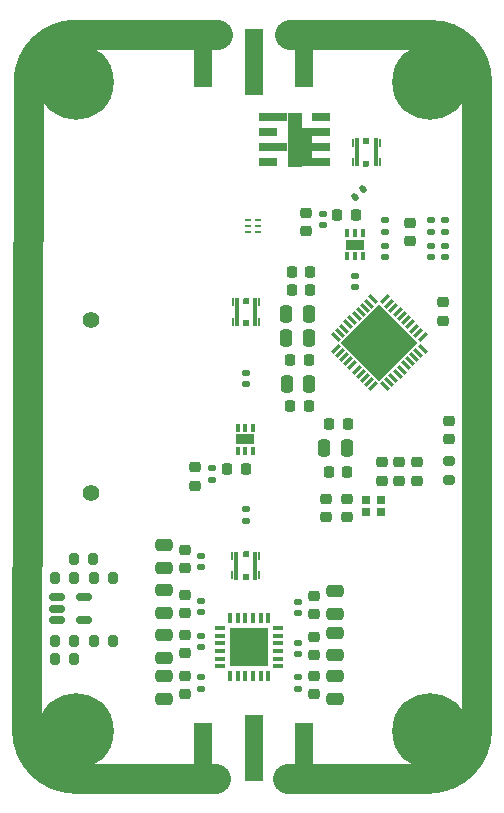
<source format=gts>
%TF.GenerationSoftware,KiCad,Pcbnew,(6.0.1)*%
%TF.CreationDate,2022-03-10T13:17:56+01:00*%
%TF.ProjectId,XCOMMS_RF,58434f4d-4d53-45f5-9246-2e6b69636164,rev?*%
%TF.SameCoordinates,PX7ed6b40PY82a7440*%
%TF.FileFunction,Soldermask,Top*%
%TF.FilePolarity,Negative*%
%FSLAX46Y46*%
G04 Gerber Fmt 4.6, Leading zero omitted, Abs format (unit mm)*
G04 Created by KiCad (PCBNEW (6.0.1)) date 2022-03-10 13:17:56*
%MOMM*%
%LPD*%
G01*
G04 APERTURE LIST*
G04 Aperture macros list*
%AMRoundRect*
0 Rectangle with rounded corners*
0 $1 Rounding radius*
0 $2 $3 $4 $5 $6 $7 $8 $9 X,Y pos of 4 corners*
0 Add a 4 corners polygon primitive as box body*
4,1,4,$2,$3,$4,$5,$6,$7,$8,$9,$2,$3,0*
0 Add four circle primitives for the rounded corners*
1,1,$1+$1,$2,$3*
1,1,$1+$1,$4,$5*
1,1,$1+$1,$6,$7*
1,1,$1+$1,$8,$9*
0 Add four rect primitives between the rounded corners*
20,1,$1+$1,$2,$3,$4,$5,0*
20,1,$1+$1,$4,$5,$6,$7,0*
20,1,$1+$1,$6,$7,$8,$9,0*
20,1,$1+$1,$8,$9,$2,$3,0*%
%AMRotRect*
0 Rectangle, with rotation*
0 The origin of the aperture is its center*
0 $1 length*
0 $2 width*
0 $3 Rotation angle, in degrees counterclockwise*
0 Add horizontal line*
21,1,$1,$2,0,0,$3*%
%AMOutline5P*
0 Free polygon, 5 corners , with rotation*
0 The origin of the aperture is its center*
0 number of corners: always 5*
0 $1 to $10 corner X, Y*
0 $11 Rotation angle, in degrees counterclockwise*
0 create outline with 5 corners*
4,1,5,$1,$2,$3,$4,$5,$6,$7,$8,$9,$10,$1,$2,$11*%
%AMOutline6P*
0 Free polygon, 6 corners , with rotation*
0 The origin of the aperture is its center*
0 number of corners: always 6*
0 $1 to $12 corner X, Y*
0 $13 Rotation angle, in degrees counterclockwise*
0 create outline with 6 corners*
4,1,6,$1,$2,$3,$4,$5,$6,$7,$8,$9,$10,$11,$12,$1,$2,$13*%
%AMOutline7P*
0 Free polygon, 7 corners , with rotation*
0 The origin of the aperture is its center*
0 number of corners: always 7*
0 $1 to $14 corner X, Y*
0 $15 Rotation angle, in degrees counterclockwise*
0 create outline with 7 corners*
4,1,7,$1,$2,$3,$4,$5,$6,$7,$8,$9,$10,$11,$12,$13,$14,$1,$2,$15*%
%AMOutline8P*
0 Free polygon, 8 corners , with rotation*
0 The origin of the aperture is its center*
0 number of corners: always 8*
0 $1 to $16 corner X, Y*
0 $17 Rotation angle, in degrees counterclockwise*
0 create outline with 8 corners*
4,1,8,$1,$2,$3,$4,$5,$6,$7,$8,$9,$10,$11,$12,$13,$14,$15,$16,$1,$2,$17*%
G04 Aperture macros list end*
%ADD10C,2.540000*%
%ADD11RoundRect,0.225000X-0.250000X0.225000X-0.250000X-0.225000X0.250000X-0.225000X0.250000X0.225000X0*%
%ADD12RoundRect,0.250000X0.475000X-0.250000X0.475000X0.250000X-0.475000X0.250000X-0.475000X-0.250000X0*%
%ADD13RoundRect,0.250000X-0.475000X0.250000X-0.475000X-0.250000X0.475000X-0.250000X0.475000X0.250000X0*%
%ADD14RoundRect,0.135000X0.185000X-0.135000X0.185000X0.135000X-0.185000X0.135000X-0.185000X-0.135000X0*%
%ADD15R,1.500000X0.900000*%
%ADD16R,0.300000X0.700000*%
%ADD17RoundRect,0.140000X-0.170000X0.140000X-0.170000X-0.140000X0.170000X-0.140000X0.170000X0.140000X0*%
%ADD18R,3.250000X3.250000*%
%ADD19R,0.850000X0.350000*%
%ADD20R,0.350000X0.850000*%
%ADD21R,0.550000X0.250000*%
%ADD22RoundRect,0.225000X0.250000X-0.225000X0.250000X0.225000X-0.250000X0.225000X-0.250000X-0.225000X0*%
%ADD23RoundRect,0.140000X0.170000X-0.140000X0.170000X0.140000X-0.170000X0.140000X-0.170000X-0.140000X0*%
%ADD24R,0.250000X0.750000*%
%ADD25Outline5P,-0.125000X0.325000X-0.075000X0.375000X0.125000X0.375000X0.125000X-0.375000X-0.125000X-0.375000X0.000000*%
%ADD26Outline5P,-0.125000X0.375000X0.075000X0.375000X0.125000X0.325000X0.125000X-0.375000X-0.125000X-0.375000X0.000000*%
%ADD27Outline5P,-0.210000X1.116000X-0.126000X1.200000X0.210000X1.200000X0.210000X-1.200000X-0.210000X-1.200000X0.000000*%
%ADD28R,0.480000X0.500000*%
%ADD29Outline5P,-0.210000X1.200000X0.126000X1.200000X0.210000X1.116000X0.210000X-1.200000X-0.210000X-1.200000X0.000000*%
%ADD30Outline5P,-0.240000X0.154000X-0.144000X0.250000X0.240000X0.250000X0.240000X-0.250000X-0.240000X-0.250000X0.000000*%
%ADD31RoundRect,0.250000X-0.250000X-0.475000X0.250000X-0.475000X0.250000X0.475000X-0.250000X0.475000X0*%
%ADD32RoundRect,0.225000X-0.225000X-0.250000X0.225000X-0.250000X0.225000X0.250000X-0.225000X0.250000X0*%
%ADD33RoundRect,0.200000X0.200000X0.275000X-0.200000X0.275000X-0.200000X-0.275000X0.200000X-0.275000X0*%
%ADD34R,1.600000X4.900000*%
%ADD35R,1.500000X5.600000*%
%ADD36RoundRect,0.200000X-0.275000X0.200000X-0.275000X-0.200000X0.275000X-0.200000X0.275000X0.200000X0*%
%ADD37R,0.800000X0.700000*%
%ADD38RoundRect,0.200000X-0.200000X-0.275000X0.200000X-0.275000X0.200000X0.275000X-0.200000X0.275000X0*%
%ADD39C,0.800000*%
%ADD40C,6.400000*%
%ADD41Outline5P,-0.125000X0.325000X-0.075000X0.375000X0.125000X0.375000X0.125000X-0.375000X-0.125000X-0.375000X180.000000*%
%ADD42Outline5P,-0.125000X0.375000X0.075000X0.375000X0.125000X0.325000X0.125000X-0.375000X-0.125000X-0.375000X180.000000*%
%ADD43Outline5P,-0.210000X1.116000X-0.126000X1.200000X0.210000X1.200000X0.210000X-1.200000X-0.210000X-1.200000X180.000000*%
%ADD44Outline5P,-0.210000X1.200000X0.126000X1.200000X0.210000X1.116000X0.210000X-1.200000X-0.210000X-1.200000X180.000000*%
%ADD45Outline5P,-0.240000X0.154000X-0.144000X0.250000X0.240000X0.250000X0.240000X-0.250000X-0.240000X-0.250000X180.000000*%
%ADD46R,0.870000X3.300000*%
%ADD47R,1.270000X4.570000*%
%ADD48R,1.520000X0.760000*%
%ADD49R,2.390000X0.760000*%
%ADD50RoundRect,0.218750X0.218750X0.256250X-0.218750X0.256250X-0.218750X-0.256250X0.218750X-0.256250X0*%
%ADD51RotRect,4.600000X4.600000X135.000000*%
%ADD52RotRect,0.300000X0.900000X135.000000*%
%ADD53RotRect,0.300000X0.900000X225.000000*%
%ADD54RoundRect,0.140000X0.021213X-0.219203X0.219203X-0.021213X-0.021213X0.219203X-0.219203X0.021213X0*%
%ADD55RoundRect,0.150000X-0.512500X-0.150000X0.512500X-0.150000X0.512500X0.150000X-0.512500X0.150000X0*%
%ADD56C,1.420000*%
G04 APERTURE END LIST*
D10*
X882798Y5064200D02*
G75*
G03*
X4946798Y1000200I4064000J0D01*
G01*
X38982798Y5064200D02*
X38982798Y60055200D01*
X34918798Y1000200D02*
G75*
G03*
X38982798Y5064200I0J4064000D01*
G01*
X38982798Y60055200D02*
G75*
G03*
X35045798Y63992200I-3937001J-1D01*
G01*
X1009798Y60055200D02*
X882798Y5064200D01*
X17011798Y63992200D02*
X5073773Y63990066D01*
X5073773Y63990067D02*
G75*
G03*
X1009798Y60055200I-67986J-3995877D01*
G01*
X34918798Y1000200D02*
X22980773Y998066D01*
X4946798Y1000200D02*
X16884823Y1002334D01*
X35045798Y63992200D02*
X23107773Y63990066D01*
D11*
%TO.C,C35*%
X25166456Y11425000D03*
X25166456Y12975000D03*
%TD*%
D12*
%TO.C,C12*%
X12499997Y9650004D03*
X12499997Y7750004D03*
%TD*%
D13*
%TO.C,C25*%
X12500002Y15050007D03*
X12500002Y16950007D03*
%TD*%
D14*
%TO.C,R4*%
X36245798Y48310000D03*
X36245798Y47290000D03*
%TD*%
D15*
%TO.C,U2*%
X19376005Y29727600D03*
D16*
X20026005Y28727600D03*
X19376005Y28727600D03*
X18726005Y28727600D03*
X18726005Y30727600D03*
X19376005Y30727600D03*
X20026005Y30727600D03*
%TD*%
D17*
%TO.C,C2*%
X19400008Y34420005D03*
X19400008Y35380005D03*
%TD*%
%TO.C,C34*%
X23866453Y11520000D03*
X23866453Y12480000D03*
%TD*%
D18*
%TO.C,U3*%
X19692362Y12130201D03*
D19*
X22142362Y13755201D03*
X22142362Y13105201D03*
X22142362Y12455201D03*
X22142362Y11805201D03*
X22142362Y11155201D03*
X22142362Y10505201D03*
D20*
X21317362Y9680201D03*
X20667362Y9680201D03*
X20017362Y9680201D03*
X19367362Y9680201D03*
X18717362Y9680201D03*
X18067362Y9680201D03*
D19*
X17242362Y10505201D03*
X17242362Y11155201D03*
X17242362Y11805201D03*
X17242362Y12455201D03*
X17242362Y13105201D03*
X17242362Y13755201D03*
D20*
X18067362Y14580201D03*
X18717362Y14580201D03*
X19367362Y14580201D03*
X20017362Y14580201D03*
X20667362Y14580201D03*
X21317362Y14580201D03*
%TD*%
D21*
%TO.C,FL1*%
X20408998Y48287000D03*
X20408998Y47787000D03*
X20408998Y47287000D03*
X19608998Y47287000D03*
X19608998Y47787000D03*
X19608998Y48287000D03*
%TD*%
D13*
%TO.C,C28*%
X26966457Y14949997D03*
X26966457Y16849997D03*
%TD*%
D12*
%TO.C,C20*%
X26999998Y9650000D03*
X26999998Y7750000D03*
%TD*%
D22*
%TO.C,C3*%
X15106798Y27356200D03*
X15106798Y25806200D03*
%TD*%
D11*
%TO.C,C16*%
X14300000Y18825005D03*
X14300000Y20375005D03*
%TD*%
%TO.C,C27*%
X25166456Y14925000D03*
X25166456Y16475000D03*
%TD*%
D23*
%TO.C,C42*%
X25920991Y48821315D03*
X25920991Y47861315D03*
%TD*%
D24*
%TO.C,TP1*%
X18288998Y39669211D03*
D25*
X18288999Y41319211D03*
D26*
X20538997Y41319211D03*
D24*
X20538998Y39669211D03*
D27*
X20203999Y40494211D03*
D28*
X19413998Y39534211D03*
D29*
X18623997Y40494211D03*
D30*
X19413998Y41454211D03*
%TD*%
D22*
%TO.C,C47*%
X36137998Y41323000D03*
X36137998Y39773000D03*
%TD*%
D31*
%TO.C,C9*%
X24750000Y40370200D03*
X22850000Y40370200D03*
%TD*%
D17*
%TO.C,C15*%
X15599998Y18920006D03*
X15599998Y19880006D03*
%TD*%
D32*
%TO.C,C13*%
X24875000Y42399998D03*
X23325000Y42399998D03*
%TD*%
D23*
%TO.C,C31*%
X15599996Y13080002D03*
X15599996Y12120002D03*
%TD*%
D32*
%TO.C,C7*%
X28022998Y31023000D03*
X26472998Y31023000D03*
%TD*%
D33*
%TO.C,R10*%
X3232798Y11160200D03*
X4882798Y11160200D03*
%TD*%
%TO.C,R7*%
X4850078Y19593000D03*
X6500078Y19593000D03*
%TD*%
D31*
%TO.C,C6*%
X24768998Y34452000D03*
X22868998Y34452000D03*
%TD*%
D14*
%TO.C,R1*%
X31184998Y48297000D03*
X31184998Y47277000D03*
%TD*%
D34*
%TO.C,J1*%
X15799798Y62050200D03*
X24319798Y62050200D03*
D35*
X20059798Y61700200D03*
%TD*%
D17*
%TO.C,C1*%
X19387206Y22831611D03*
X19387206Y23791611D03*
%TD*%
D36*
%TO.C,R2*%
X36569798Y26261000D03*
X36569798Y27911000D03*
%TD*%
D37*
%TO.C,Y1*%
X29569787Y24606198D03*
X30869787Y24606198D03*
X30869787Y23606197D03*
X29569787Y23606197D03*
%TD*%
D22*
%TO.C,C43*%
X32400005Y27774993D03*
X32400005Y26224993D03*
%TD*%
%TO.C,C39*%
X30900003Y27774996D03*
X30900003Y26224996D03*
%TD*%
%TO.C,C32*%
X14299996Y13175002D03*
X14299996Y11625002D03*
%TD*%
D38*
%TO.C,R9*%
X4882798Y12684200D03*
X3232798Y12684200D03*
%TD*%
D11*
%TO.C,C49*%
X27933798Y23124997D03*
X27933798Y24674997D03*
%TD*%
D22*
%TO.C,C46*%
X36569798Y31290000D03*
X36569798Y29740000D03*
%TD*%
D39*
%TO.C,SCRW2*%
X6697067Y58302950D03*
X5000011Y57600006D03*
X6697067Y61697062D03*
X3302955Y58302950D03*
D40*
X5000011Y60000006D03*
D39*
X5000011Y62400006D03*
X3302955Y61697062D03*
X7400011Y60000006D03*
X2600011Y60000006D03*
%TD*%
D11*
%TO.C,C24*%
X14300000Y15025005D03*
X14300000Y16575005D03*
%TD*%
D32*
%TO.C,C37*%
X28009998Y26959000D03*
X26459998Y26959000D03*
%TD*%
D24*
%TO.C,TP3*%
X30745998Y54838000D03*
D41*
X30745997Y53188000D03*
D42*
X28495999Y53188000D03*
D24*
X28495998Y54838000D03*
D43*
X28830997Y54013000D03*
D28*
X29620998Y54973000D03*
D44*
X30410999Y54013000D03*
D45*
X29620998Y53053000D03*
%TD*%
D38*
%TO.C,R5*%
X8184798Y12684200D03*
X6534798Y12684200D03*
%TD*%
D22*
%TO.C,C11*%
X14299998Y9675004D03*
X14299998Y8125004D03*
%TD*%
D46*
%TO.C,U1*%
X24609598Y54467200D03*
D47*
X23539598Y55102200D03*
D48*
X25804598Y57007200D03*
X25804598Y55737200D03*
X25804598Y54467200D03*
X25804598Y53197200D03*
X21274598Y53197200D03*
D49*
X21709598Y54467200D03*
D48*
X21274598Y55737200D03*
D49*
X21709598Y57007200D03*
%TD*%
D17*
%TO.C,C23*%
X15599998Y15120006D03*
X15599998Y16080006D03*
%TD*%
D23*
%TO.C,C4*%
X16503798Y27261200D03*
X16503798Y26301200D03*
%TD*%
%TO.C,C18*%
X23866453Y9580000D03*
X23866453Y8620000D03*
%TD*%
D22*
%TO.C,C45*%
X33899995Y27774998D03*
X33899995Y26224998D03*
%TD*%
D24*
%TO.C,TP2*%
X18263598Y18206211D03*
D25*
X18263599Y19856211D03*
D26*
X20513597Y19856211D03*
D24*
X20513598Y18206211D03*
D27*
X20178599Y19031211D03*
D28*
X19388598Y18071211D03*
D29*
X18598597Y19031211D03*
D30*
X19388598Y19991211D03*
%TD*%
D22*
%TO.C,C19*%
X25166453Y9675000D03*
X25166453Y8125000D03*
%TD*%
D39*
%TO.C,SCRW4*%
X36697058Y58302950D03*
X35000002Y57600006D03*
X33302946Y58302950D03*
D40*
X35000002Y60000006D03*
D39*
X32600002Y60000006D03*
X37400002Y60000006D03*
X36697058Y61697062D03*
X35000002Y62400006D03*
X33302946Y61697062D03*
%TD*%
D11*
%TO.C,C38*%
X33343998Y46504000D03*
X33343998Y48054000D03*
%TD*%
D31*
%TO.C,C8*%
X24750000Y38338200D03*
X22850000Y38338200D03*
%TD*%
D15*
%TO.C,U5*%
X28642991Y46212200D03*
D16*
X27992991Y47212200D03*
X28642991Y47212200D03*
X29292991Y47212200D03*
X29292991Y45212200D03*
X28642991Y45212200D03*
X27992991Y45212200D03*
%TD*%
D39*
%TO.C,SCRW1*%
X6697067Y3302933D03*
X3302955Y3302933D03*
X2600011Y4999989D03*
X3302955Y6697045D03*
X5000011Y7399989D03*
D40*
X5000011Y4999989D03*
D39*
X7400011Y4999989D03*
X5000011Y2599989D03*
X6697067Y6697045D03*
%TD*%
D23*
%TO.C,C10*%
X15599998Y9580003D03*
X15599998Y8620003D03*
%TD*%
D17*
%TO.C,C30*%
X31184998Y45148000D03*
X31184998Y46108000D03*
%TD*%
D32*
%TO.C,C5*%
X24720998Y32547000D03*
X23170998Y32547000D03*
%TD*%
D17*
%TO.C,C44*%
X35045798Y45148000D03*
X35045798Y46108000D03*
%TD*%
D50*
%TO.C,L1*%
X17824498Y27213000D03*
X19399498Y27213000D03*
%TD*%
D39*
%TO.C,SCRW3*%
X37400002Y4999989D03*
D40*
X35000002Y4999989D03*
D39*
X32600002Y4999989D03*
X35000002Y7399989D03*
X33302946Y6697045D03*
X36697058Y6697045D03*
X36697058Y3302933D03*
X33302946Y3302933D03*
X35000002Y2599989D03*
%TD*%
D51*
%TO.C,U4*%
X30700010Y37899999D03*
D52*
X30205035Y34223044D03*
X29851482Y34576597D03*
X29497928Y34930151D03*
X29144375Y35283704D03*
X28790822Y35637257D03*
X28437268Y35990811D03*
X28083715Y36344364D03*
X27730162Y36697917D03*
X27376608Y37051471D03*
X27023055Y37405024D03*
D53*
X27023055Y38394974D03*
X27376608Y38748527D03*
X27730162Y39102081D03*
X28083715Y39455634D03*
X28437268Y39809187D03*
X28790822Y40162741D03*
X29144375Y40516294D03*
X29497928Y40869847D03*
X29851482Y41223401D03*
X30205035Y41576954D03*
D52*
X31194985Y41576954D03*
X31548538Y41223401D03*
X31902092Y40869847D03*
X32255645Y40516294D03*
X32609198Y40162741D03*
X32962752Y39809187D03*
X33316305Y39455634D03*
X33669858Y39102081D03*
X34023412Y38748527D03*
X34376965Y38394974D03*
D53*
X34376965Y37405024D03*
X34023412Y37051471D03*
X33669858Y36697917D03*
X33316305Y36344364D03*
X32962752Y35990811D03*
X32609198Y35637257D03*
X32255645Y35283704D03*
X31902092Y34930151D03*
X31548538Y34576597D03*
X31194985Y34223044D03*
%TD*%
D17*
%TO.C,C48*%
X36245798Y45148000D03*
X36245798Y46108000D03*
%TD*%
D34*
%TO.C,J2*%
X24319798Y3239700D03*
X15799798Y3239700D03*
D35*
X20059798Y3589700D03*
%TD*%
D32*
%TO.C,C40*%
X24720998Y36484000D03*
X23170998Y36484000D03*
%TD*%
D22*
%TO.C,C51*%
X26155798Y24675002D03*
X26155798Y23125002D03*
%TD*%
D12*
%TO.C,C33*%
X12499997Y13149997D03*
X12499997Y11249997D03*
%TD*%
D23*
%TO.C,C29*%
X28644998Y43568000D03*
X28644998Y42608000D03*
%TD*%
D38*
%TO.C,R6*%
X8184798Y18018200D03*
X6534798Y18018200D03*
%TD*%
D33*
%TO.C,R8*%
X3232798Y18018200D03*
X4882798Y18018200D03*
%TD*%
D13*
%TO.C,C17*%
X12500000Y18850002D03*
X12500000Y20750002D03*
%TD*%
D31*
%TO.C,C21*%
X27943998Y28991000D03*
X26043998Y28991000D03*
%TD*%
D14*
%TO.C,R3*%
X35045798Y48310000D03*
X35045798Y47290000D03*
%TD*%
D22*
%TO.C,C41*%
X24520991Y48916313D03*
X24520991Y47366313D03*
%TD*%
D32*
%TO.C,C14*%
X24875000Y43900000D03*
X23325000Y43900000D03*
%TD*%
D50*
%TO.C,L2*%
X27146298Y48752200D03*
X28721298Y48752200D03*
%TD*%
D54*
%TO.C,C22*%
X29365409Y50920411D03*
X28686587Y50241589D03*
%TD*%
D13*
%TO.C,C36*%
X26966455Y11450000D03*
X26966455Y13350000D03*
%TD*%
D55*
%TO.C,U6*%
X5712577Y16349917D03*
X5712577Y14449917D03*
X3437577Y14449917D03*
X3437577Y15399917D03*
X3437577Y16349917D03*
%TD*%
D17*
%TO.C,C26*%
X23866453Y15020000D03*
X23866453Y15980000D03*
%TD*%
D56*
%TO.C,J3*%
X6334998Y25210000D03*
X6334998Y39820000D03*
%TD*%
M02*

</source>
